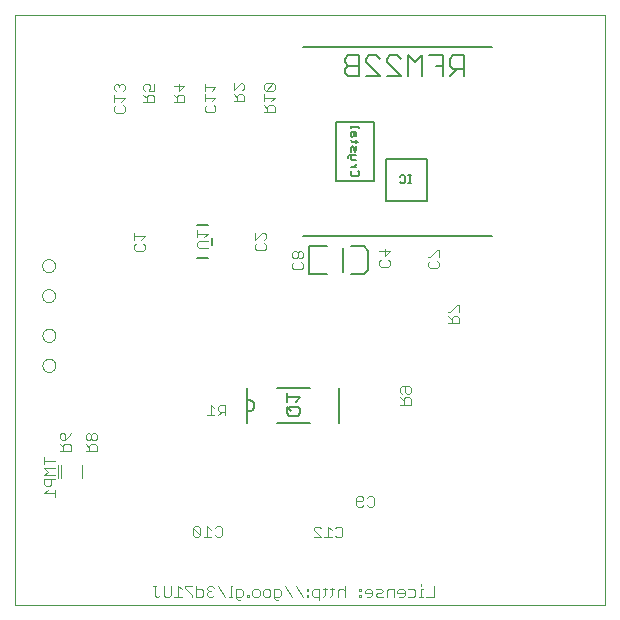
<source format=gbo>
G75*
%MOIN*%
%OFA0B0*%
%FSLAX24Y24*%
%IPPOS*%
%LPD*%
%AMOC8*
5,1,8,0,0,1.08239X$1,22.5*
%
%ADD10C,0.0000*%
%ADD11C,0.0040*%
%ADD12C,0.0080*%
%ADD13C,0.0050*%
%ADD14C,0.0060*%
%ADD15C,0.0030*%
D10*
X000350Y000350D02*
X000350Y020035D01*
X020035Y020035D01*
X020035Y000350D01*
X000350Y000350D01*
X001267Y008344D02*
X001269Y008373D01*
X001275Y008401D01*
X001284Y008429D01*
X001297Y008455D01*
X001314Y008478D01*
X001333Y008500D01*
X001355Y008519D01*
X001380Y008534D01*
X001406Y008547D01*
X001434Y008555D01*
X001462Y008560D01*
X001491Y008561D01*
X001520Y008558D01*
X001548Y008551D01*
X001575Y008541D01*
X001601Y008527D01*
X001624Y008510D01*
X001645Y008490D01*
X001663Y008467D01*
X001678Y008442D01*
X001689Y008415D01*
X001697Y008387D01*
X001701Y008358D01*
X001701Y008330D01*
X001697Y008301D01*
X001689Y008273D01*
X001678Y008246D01*
X001663Y008221D01*
X001645Y008198D01*
X001624Y008178D01*
X001601Y008161D01*
X001575Y008147D01*
X001548Y008137D01*
X001520Y008130D01*
X001491Y008127D01*
X001462Y008128D01*
X001434Y008133D01*
X001406Y008141D01*
X001380Y008154D01*
X001355Y008169D01*
X001333Y008188D01*
X001314Y008210D01*
X001297Y008233D01*
X001284Y008259D01*
X001275Y008287D01*
X001269Y008315D01*
X001267Y008344D01*
X001267Y009344D02*
X001269Y009373D01*
X001275Y009401D01*
X001284Y009429D01*
X001297Y009455D01*
X001314Y009478D01*
X001333Y009500D01*
X001355Y009519D01*
X001380Y009534D01*
X001406Y009547D01*
X001434Y009555D01*
X001462Y009560D01*
X001491Y009561D01*
X001520Y009558D01*
X001548Y009551D01*
X001575Y009541D01*
X001601Y009527D01*
X001624Y009510D01*
X001645Y009490D01*
X001663Y009467D01*
X001678Y009442D01*
X001689Y009415D01*
X001697Y009387D01*
X001701Y009358D01*
X001701Y009330D01*
X001697Y009301D01*
X001689Y009273D01*
X001678Y009246D01*
X001663Y009221D01*
X001645Y009198D01*
X001624Y009178D01*
X001601Y009161D01*
X001575Y009147D01*
X001548Y009137D01*
X001520Y009130D01*
X001491Y009127D01*
X001462Y009128D01*
X001434Y009133D01*
X001406Y009141D01*
X001380Y009154D01*
X001355Y009169D01*
X001333Y009188D01*
X001314Y009210D01*
X001297Y009233D01*
X001284Y009259D01*
X001275Y009287D01*
X001269Y009315D01*
X001267Y009344D01*
X001259Y010670D02*
X001261Y010699D01*
X001267Y010727D01*
X001276Y010755D01*
X001289Y010781D01*
X001306Y010804D01*
X001325Y010826D01*
X001347Y010845D01*
X001372Y010860D01*
X001398Y010873D01*
X001426Y010881D01*
X001454Y010886D01*
X001483Y010887D01*
X001512Y010884D01*
X001540Y010877D01*
X001567Y010867D01*
X001593Y010853D01*
X001616Y010836D01*
X001637Y010816D01*
X001655Y010793D01*
X001670Y010768D01*
X001681Y010741D01*
X001689Y010713D01*
X001693Y010684D01*
X001693Y010656D01*
X001689Y010627D01*
X001681Y010599D01*
X001670Y010572D01*
X001655Y010547D01*
X001637Y010524D01*
X001616Y010504D01*
X001593Y010487D01*
X001567Y010473D01*
X001540Y010463D01*
X001512Y010456D01*
X001483Y010453D01*
X001454Y010454D01*
X001426Y010459D01*
X001398Y010467D01*
X001372Y010480D01*
X001347Y010495D01*
X001325Y010514D01*
X001306Y010536D01*
X001289Y010559D01*
X001276Y010585D01*
X001267Y010613D01*
X001261Y010641D01*
X001259Y010670D01*
X001259Y011670D02*
X001261Y011699D01*
X001267Y011727D01*
X001276Y011755D01*
X001289Y011781D01*
X001306Y011804D01*
X001325Y011826D01*
X001347Y011845D01*
X001372Y011860D01*
X001398Y011873D01*
X001426Y011881D01*
X001454Y011886D01*
X001483Y011887D01*
X001512Y011884D01*
X001540Y011877D01*
X001567Y011867D01*
X001593Y011853D01*
X001616Y011836D01*
X001637Y011816D01*
X001655Y011793D01*
X001670Y011768D01*
X001681Y011741D01*
X001689Y011713D01*
X001693Y011684D01*
X001693Y011656D01*
X001689Y011627D01*
X001681Y011599D01*
X001670Y011572D01*
X001655Y011547D01*
X001637Y011524D01*
X001616Y011504D01*
X001593Y011487D01*
X001567Y011473D01*
X001540Y011463D01*
X001512Y011456D01*
X001483Y011453D01*
X001454Y011454D01*
X001426Y011459D01*
X001398Y011467D01*
X001372Y011480D01*
X001347Y011495D01*
X001325Y011514D01*
X001306Y011536D01*
X001289Y011559D01*
X001276Y011585D01*
X001267Y011613D01*
X001261Y011641D01*
X001259Y011670D01*
D11*
X004323Y012230D02*
X004323Y012348D01*
X004382Y012407D01*
X004323Y012533D02*
X004323Y012769D01*
X004323Y012651D02*
X004677Y012651D01*
X004559Y012533D01*
X004618Y012407D02*
X004677Y012348D01*
X004677Y012230D01*
X004618Y012171D01*
X004382Y012171D01*
X004323Y012230D01*
X006434Y012312D02*
X006434Y012430D01*
X006493Y012489D01*
X006788Y012489D01*
X006670Y012616D02*
X006788Y012734D01*
X006434Y012734D01*
X006434Y012616D02*
X006434Y012852D01*
X006434Y012312D02*
X006493Y012253D01*
X006788Y012253D01*
X008371Y012234D02*
X008371Y012352D01*
X008430Y012411D01*
X008371Y012537D02*
X008607Y012773D01*
X008666Y012773D01*
X008725Y012714D01*
X008725Y012596D01*
X008666Y012537D01*
X008666Y012411D02*
X008725Y012352D01*
X008725Y012234D01*
X008666Y012175D01*
X008430Y012175D01*
X008371Y012234D01*
X008371Y012537D02*
X008371Y012773D01*
X009604Y012086D02*
X009604Y011968D01*
X009663Y011909D01*
X009722Y011909D01*
X009781Y011968D01*
X009781Y012086D01*
X009722Y012145D01*
X009663Y012145D01*
X009604Y012086D01*
X009781Y012086D02*
X009840Y012145D01*
X009899Y012145D01*
X009958Y012086D01*
X009958Y011968D01*
X009899Y011909D01*
X009840Y011909D01*
X009781Y011968D01*
X009663Y011783D02*
X009604Y011724D01*
X009604Y011606D01*
X009663Y011547D01*
X009899Y011547D01*
X009958Y011606D01*
X009958Y011724D01*
X009899Y011783D01*
X012500Y011808D02*
X012559Y011867D01*
X012500Y011808D02*
X012500Y011690D01*
X012559Y011631D01*
X012795Y011631D01*
X012854Y011690D01*
X012854Y011808D01*
X012795Y011867D01*
X012677Y011993D02*
X012677Y012229D01*
X012500Y012170D02*
X012854Y012170D01*
X012677Y011993D01*
X014137Y011958D02*
X014196Y011958D01*
X014432Y012194D01*
X014491Y012194D01*
X014491Y011958D01*
X014432Y011832D02*
X014491Y011773D01*
X014491Y011655D01*
X014432Y011596D01*
X014196Y011596D01*
X014137Y011655D01*
X014137Y011773D01*
X014196Y011832D01*
X015099Y010354D02*
X014863Y010118D01*
X014804Y010118D01*
X014804Y009991D02*
X014922Y009873D01*
X014922Y009932D02*
X014922Y009755D01*
X014804Y009755D02*
X015158Y009755D01*
X015158Y009932D01*
X015099Y009991D01*
X014981Y009991D01*
X014922Y009932D01*
X015158Y010118D02*
X015158Y010354D01*
X015099Y010354D01*
X007369Y007033D02*
X007369Y006679D01*
X007369Y006797D02*
X007192Y006797D01*
X007133Y006856D01*
X007133Y006974D01*
X007192Y007033D01*
X007369Y007033D01*
X007251Y006797D02*
X007133Y006679D01*
X007007Y006679D02*
X006771Y006679D01*
X006889Y006679D02*
X006889Y007033D01*
X007007Y006915D01*
X003076Y006025D02*
X003076Y005907D01*
X003017Y005848D01*
X002958Y005848D01*
X002899Y005907D01*
X002899Y006025D01*
X002840Y006084D01*
X002781Y006084D01*
X002722Y006025D01*
X002722Y005907D01*
X002781Y005848D01*
X002840Y005848D01*
X002899Y005907D01*
X002899Y006025D02*
X002958Y006084D01*
X003017Y006084D01*
X003076Y006025D01*
X003017Y005721D02*
X002899Y005721D01*
X002840Y005662D01*
X002840Y005485D01*
X002722Y005485D02*
X003076Y005485D01*
X003076Y005662D01*
X003017Y005721D01*
X002840Y005603D02*
X002722Y005721D01*
X001690Y005164D02*
X001336Y005164D01*
X001336Y005282D02*
X001336Y005046D01*
X001336Y004920D02*
X001454Y004802D01*
X001336Y004684D01*
X001690Y004684D01*
X001690Y004557D02*
X001336Y004557D01*
X001336Y004380D01*
X001395Y004321D01*
X001513Y004321D01*
X001572Y004380D01*
X001572Y004557D01*
X001804Y004592D02*
X001804Y005026D01*
X001904Y005026D02*
X001904Y004592D01*
X001690Y004920D02*
X001336Y004920D01*
X001454Y004195D02*
X001336Y004077D01*
X001690Y004077D01*
X001690Y004195D02*
X001690Y003959D01*
X002604Y004592D02*
X002604Y005026D01*
X006294Y002931D02*
X006294Y002695D01*
X006353Y002636D01*
X006471Y002636D01*
X006530Y002695D01*
X006294Y002931D01*
X006353Y002990D01*
X006471Y002990D01*
X006530Y002931D01*
X006530Y002695D01*
X006656Y002636D02*
X006892Y002636D01*
X006774Y002636D02*
X006774Y002990D01*
X006892Y002872D01*
X007019Y002931D02*
X007078Y002990D01*
X007196Y002990D01*
X007255Y002931D01*
X007255Y002695D01*
X007196Y002636D01*
X007078Y002636D01*
X007019Y002695D01*
X006939Y000993D02*
X006821Y000993D01*
X006762Y000934D01*
X006762Y000875D01*
X006821Y000816D01*
X006762Y000757D01*
X006762Y000698D01*
X006821Y000639D01*
X006939Y000639D01*
X006998Y000698D01*
X006880Y000816D02*
X006821Y000816D01*
X006635Y000816D02*
X006635Y000698D01*
X006576Y000639D01*
X006399Y000639D01*
X006399Y000993D01*
X006399Y000875D02*
X006576Y000875D01*
X006635Y000816D01*
X006939Y000993D02*
X006998Y000934D01*
X007124Y000993D02*
X007360Y000639D01*
X007484Y000639D02*
X007602Y000639D01*
X007543Y000639D02*
X007543Y000993D01*
X007602Y000993D01*
X007728Y000875D02*
X007905Y000875D01*
X007964Y000816D01*
X007964Y000698D01*
X007905Y000639D01*
X007728Y000639D01*
X007728Y000580D02*
X007728Y000875D01*
X008087Y000698D02*
X008087Y000639D01*
X008146Y000639D01*
X008146Y000698D01*
X008087Y000698D01*
X008272Y000698D02*
X008272Y000816D01*
X008331Y000875D01*
X008449Y000875D01*
X008508Y000816D01*
X008508Y000698D01*
X008449Y000639D01*
X008331Y000639D01*
X008272Y000698D01*
X007846Y000521D02*
X007787Y000521D01*
X007728Y000580D01*
X008635Y000698D02*
X008635Y000816D01*
X008694Y000875D01*
X008812Y000875D01*
X008871Y000816D01*
X008871Y000698D01*
X008812Y000639D01*
X008694Y000639D01*
X008635Y000698D01*
X008997Y000639D02*
X009174Y000639D01*
X009233Y000698D01*
X009233Y000816D01*
X009174Y000875D01*
X008997Y000875D01*
X008997Y000580D01*
X009056Y000521D01*
X009115Y000521D01*
X009596Y000639D02*
X009360Y000993D01*
X009722Y000993D02*
X009958Y000639D01*
X010080Y000639D02*
X010139Y000639D01*
X010139Y000698D01*
X010080Y000698D01*
X010080Y000639D01*
X010080Y000816D02*
X010139Y000816D01*
X010139Y000875D01*
X010080Y000875D01*
X010080Y000816D01*
X010266Y000816D02*
X010266Y000698D01*
X010325Y000639D01*
X010502Y000639D01*
X010502Y000521D02*
X010502Y000875D01*
X010325Y000875D01*
X010266Y000816D01*
X010626Y000875D02*
X010744Y000875D01*
X010685Y000934D02*
X010685Y000698D01*
X010626Y000639D01*
X010867Y000639D02*
X010926Y000698D01*
X010926Y000934D01*
X010985Y000875D02*
X010867Y000875D01*
X011112Y000816D02*
X011112Y000639D01*
X011112Y000816D02*
X011171Y000875D01*
X011289Y000875D01*
X011348Y000816D01*
X011348Y000993D02*
X011348Y000639D01*
X011832Y000639D02*
X011891Y000639D01*
X011891Y000698D01*
X011832Y000698D01*
X011832Y000639D01*
X011832Y000816D02*
X011891Y000816D01*
X011891Y000875D01*
X011832Y000875D01*
X011832Y000816D01*
X012018Y000816D02*
X012018Y000757D01*
X012254Y000757D01*
X012254Y000698D02*
X012254Y000816D01*
X012195Y000875D01*
X012077Y000875D01*
X012018Y000816D01*
X012077Y000639D02*
X012195Y000639D01*
X012254Y000698D01*
X012381Y000698D02*
X012440Y000757D01*
X012558Y000757D01*
X012617Y000816D01*
X012558Y000875D01*
X012381Y000875D01*
X012381Y000698D02*
X012440Y000639D01*
X012617Y000639D01*
X012743Y000639D02*
X012743Y000816D01*
X012802Y000875D01*
X012979Y000875D01*
X012979Y000639D01*
X013106Y000757D02*
X013106Y000816D01*
X013165Y000875D01*
X013283Y000875D01*
X013342Y000816D01*
X013342Y000698D01*
X013283Y000639D01*
X013165Y000639D01*
X013106Y000757D02*
X013342Y000757D01*
X013468Y000639D02*
X013645Y000639D01*
X013704Y000698D01*
X013704Y000816D01*
X013645Y000875D01*
X013468Y000875D01*
X013887Y000875D02*
X013887Y000639D01*
X013946Y000639D02*
X013828Y000639D01*
X013887Y000875D02*
X013946Y000875D01*
X013887Y000993D02*
X013887Y001052D01*
X014308Y000993D02*
X014308Y000639D01*
X014072Y000639D01*
X011272Y002673D02*
X011213Y002614D01*
X011095Y002614D01*
X011036Y002673D01*
X010910Y002614D02*
X010674Y002614D01*
X010792Y002614D02*
X010792Y002968D01*
X010910Y002850D01*
X011036Y002909D02*
X011095Y002968D01*
X011213Y002968D01*
X011272Y002909D01*
X011272Y002673D01*
X010547Y002614D02*
X010311Y002850D01*
X010311Y002909D01*
X010370Y002968D01*
X010488Y002968D01*
X010547Y002909D01*
X010547Y002614D02*
X010311Y002614D01*
X011731Y003692D02*
X011790Y003633D01*
X011908Y003633D01*
X011967Y003692D01*
X012094Y003692D02*
X012153Y003633D01*
X012271Y003633D01*
X012330Y003692D01*
X012330Y003928D01*
X012271Y003987D01*
X012153Y003987D01*
X012094Y003928D01*
X011967Y003928D02*
X011967Y003869D01*
X011908Y003810D01*
X011731Y003810D01*
X011731Y003692D02*
X011731Y003928D01*
X011790Y003987D01*
X011908Y003987D01*
X011967Y003928D01*
X006273Y000993D02*
X006037Y000993D01*
X006037Y000934D01*
X006273Y000698D01*
X006273Y000639D01*
X005910Y000639D02*
X005674Y000639D01*
X005792Y000639D02*
X005792Y000993D01*
X005910Y000875D01*
X005547Y000993D02*
X005547Y000698D01*
X005488Y000639D01*
X005370Y000639D01*
X005311Y000698D01*
X005311Y000993D01*
X005067Y000993D02*
X004949Y000993D01*
X005008Y000993D02*
X005008Y000698D01*
X005067Y000639D01*
X005126Y000639D01*
X005185Y000698D01*
X003956Y016772D02*
X003720Y016772D01*
X003661Y016831D01*
X003661Y016949D01*
X003720Y017008D01*
X003661Y017135D02*
X003661Y017371D01*
X003661Y017253D02*
X004015Y017253D01*
X003897Y017135D01*
X003956Y017008D02*
X004015Y016949D01*
X004015Y016831D01*
X003956Y016772D01*
X004638Y017135D02*
X004992Y017135D01*
X004992Y017312D01*
X004933Y017371D01*
X004815Y017371D01*
X004756Y017312D01*
X004756Y017135D01*
X004756Y017253D02*
X004638Y017371D01*
X004697Y017497D02*
X004638Y017556D01*
X004638Y017674D01*
X004697Y017733D01*
X004815Y017733D01*
X004874Y017674D01*
X004874Y017615D01*
X004815Y017497D01*
X004992Y017497D01*
X004992Y017733D01*
X005647Y017672D02*
X006001Y017672D01*
X005824Y017495D01*
X005824Y017731D01*
X005824Y017369D02*
X005765Y017310D01*
X005765Y017133D01*
X005765Y017251D02*
X005647Y017369D01*
X005824Y017369D02*
X005942Y017369D01*
X006001Y017310D01*
X006001Y017133D01*
X005647Y017133D01*
X006682Y017141D02*
X006682Y017377D01*
X006682Y017259D02*
X007036Y017259D01*
X006918Y017141D01*
X006977Y017014D02*
X007036Y016955D01*
X007036Y016837D01*
X006977Y016778D01*
X006741Y016778D01*
X006682Y016837D01*
X006682Y016955D01*
X006741Y017014D01*
X006682Y017503D02*
X006682Y017739D01*
X006682Y017621D02*
X007036Y017621D01*
X006918Y017503D01*
X007643Y017515D02*
X007643Y017751D01*
X007879Y017751D02*
X007938Y017751D01*
X007997Y017692D01*
X007997Y017574D01*
X007938Y017515D01*
X007938Y017388D02*
X007820Y017388D01*
X007761Y017329D01*
X007761Y017152D01*
X007761Y017270D02*
X007643Y017388D01*
X007643Y017515D02*
X007879Y017751D01*
X007938Y017388D02*
X007997Y017329D01*
X007997Y017152D01*
X007643Y017152D01*
X004015Y017556D02*
X003956Y017497D01*
X004015Y017556D02*
X004015Y017674D01*
X003956Y017733D01*
X003897Y017733D01*
X003838Y017674D01*
X003779Y017733D01*
X003720Y017733D01*
X003661Y017674D01*
X003661Y017556D01*
X003720Y017497D01*
X003838Y017615D02*
X003838Y017674D01*
D12*
X009959Y018956D02*
X016259Y018956D01*
X012322Y016456D02*
X011062Y016456D01*
X011062Y014488D01*
X012322Y014488D01*
X012322Y016456D01*
X012715Y015216D02*
X012715Y013838D01*
X014093Y013838D01*
X014093Y015216D01*
X012715Y015216D01*
X009959Y012657D02*
X016259Y012657D01*
X012138Y012166D02*
X012138Y011536D01*
X011980Y011378D01*
X011547Y011378D01*
X010760Y011378D02*
X010169Y011378D01*
X010169Y012323D01*
X010760Y012323D01*
X011547Y012323D02*
X011980Y012323D01*
X012138Y012166D01*
X006926Y012365D02*
X006926Y012576D01*
X006776Y013030D02*
X006438Y013030D01*
X006438Y011910D02*
X006776Y011910D01*
X008096Y007595D02*
X008096Y006414D01*
X008135Y006808D02*
X008162Y006810D01*
X008188Y006815D01*
X008213Y006824D01*
X008237Y006837D01*
X008259Y006852D01*
X008279Y006871D01*
X008296Y006891D01*
X008310Y006914D01*
X008321Y006939D01*
X008328Y006965D01*
X008332Y006992D01*
X008332Y007018D01*
X008328Y007045D01*
X008321Y007071D01*
X008310Y007096D01*
X008296Y007119D01*
X008279Y007139D01*
X008259Y007158D01*
X008237Y007173D01*
X008213Y007186D01*
X008188Y007195D01*
X008162Y007200D01*
X008135Y007202D01*
X009080Y007595D02*
X010183Y007595D01*
X011167Y007595D02*
X011167Y006414D01*
X010183Y006414D02*
X009080Y006414D01*
D13*
X009423Y006744D02*
X009498Y006669D01*
X009798Y006669D01*
X009873Y006744D01*
X009873Y006894D01*
X009798Y006969D01*
X009498Y006969D01*
X009423Y006894D01*
X009423Y006744D01*
X009573Y006819D02*
X009423Y006969D01*
X009423Y007129D02*
X009423Y007429D01*
X009423Y007279D02*
X009873Y007279D01*
X009723Y007129D01*
X011303Y011451D02*
X011303Y012251D01*
X013230Y014414D02*
X013186Y014459D01*
X013230Y014414D02*
X013319Y014414D01*
X013363Y014459D01*
X013363Y014635D01*
X013319Y014680D01*
X013230Y014680D01*
X013186Y014635D01*
X013468Y014680D02*
X013556Y014680D01*
X013512Y014680D02*
X013512Y014414D01*
X013556Y014414D02*
X013468Y014414D01*
X011824Y014695D02*
X011780Y014651D01*
X011603Y014651D01*
X011559Y014695D01*
X011559Y014783D01*
X011603Y014827D01*
X011559Y014941D02*
X011736Y014941D01*
X011736Y015029D02*
X011736Y015073D01*
X011736Y015029D02*
X011648Y014941D01*
X011780Y014827D02*
X011824Y014783D01*
X011824Y014695D01*
X011736Y015182D02*
X011603Y015182D01*
X011559Y015227D01*
X011559Y015359D01*
X011515Y015359D02*
X011471Y015315D01*
X011471Y015271D01*
X011515Y015359D02*
X011736Y015359D01*
X011692Y015472D02*
X011736Y015517D01*
X011736Y015649D01*
X011648Y015605D02*
X011648Y015517D01*
X011692Y015472D01*
X011559Y015472D02*
X011559Y015605D01*
X011603Y015649D01*
X011648Y015605D01*
X011736Y015762D02*
X011736Y015851D01*
X011780Y015807D02*
X011603Y015807D01*
X011559Y015851D01*
X011603Y015956D02*
X011648Y016000D01*
X011648Y016133D01*
X011692Y016133D02*
X011559Y016133D01*
X011559Y016000D01*
X011603Y015956D01*
X011736Y016000D02*
X011736Y016088D01*
X011692Y016133D01*
X011824Y016246D02*
X011824Y016290D01*
X011559Y016290D01*
X011559Y016246D02*
X011559Y016334D01*
D14*
X011467Y017975D02*
X011817Y017975D01*
X011817Y018675D01*
X011467Y018675D01*
X011350Y018558D01*
X011350Y018442D01*
X011467Y018325D01*
X011817Y018325D01*
X012050Y018442D02*
X012050Y018558D01*
X012167Y018675D01*
X012400Y018675D01*
X012517Y018558D01*
X012750Y018558D02*
X012866Y018675D01*
X013100Y018675D01*
X013217Y018558D01*
X013450Y018675D02*
X013450Y017975D01*
X013217Y017975D02*
X012750Y018442D01*
X012750Y018558D01*
X012750Y017975D02*
X013217Y017975D01*
X013683Y018442D02*
X013450Y018675D01*
X013683Y018442D02*
X013917Y018675D01*
X013917Y017975D01*
X014383Y018325D02*
X014616Y018325D01*
X014849Y018325D02*
X014849Y018558D01*
X014966Y018675D01*
X015316Y018675D01*
X015316Y017975D01*
X015316Y018208D02*
X014966Y018208D01*
X014849Y018325D01*
X015083Y018208D02*
X014849Y017975D01*
X014616Y017975D02*
X014616Y018675D01*
X014149Y018675D01*
X012517Y017975D02*
X012050Y018442D01*
X012050Y017975D02*
X012517Y017975D01*
X011467Y017975D02*
X011350Y018091D01*
X011350Y018208D01*
X011467Y018325D01*
D15*
X009011Y017686D02*
X008950Y017747D01*
X008708Y017504D01*
X008647Y017565D01*
X008647Y017686D01*
X008708Y017747D01*
X008950Y017747D01*
X009011Y017686D02*
X009011Y017565D01*
X008950Y017504D01*
X008708Y017504D01*
X008647Y017384D02*
X008647Y017142D01*
X008647Y017022D02*
X008768Y016900D01*
X008768Y016961D02*
X008768Y016779D01*
X008647Y016779D02*
X009011Y016779D01*
X009011Y016961D01*
X008950Y017022D01*
X008829Y017022D01*
X008768Y016961D01*
X008890Y017142D02*
X009011Y017263D01*
X008647Y017263D01*
X013248Y007645D02*
X013491Y007645D01*
X013552Y007584D01*
X013552Y007463D01*
X013491Y007402D01*
X013430Y007402D01*
X013370Y007463D01*
X013370Y007645D01*
X013248Y007645D02*
X013188Y007584D01*
X013188Y007463D01*
X013248Y007402D01*
X013188Y007282D02*
X013309Y007161D01*
X013309Y007222D02*
X013309Y007040D01*
X013188Y007040D02*
X013552Y007040D01*
X013552Y007222D01*
X013491Y007282D01*
X013370Y007282D01*
X013309Y007222D01*
X002214Y006102D02*
X002154Y005981D01*
X002032Y005860D01*
X002032Y006042D01*
X001972Y006102D01*
X001911Y006102D01*
X001850Y006042D01*
X001850Y005920D01*
X001911Y005860D01*
X002032Y005860D01*
X002032Y005740D02*
X001972Y005679D01*
X001972Y005497D01*
X001972Y005619D02*
X001850Y005740D01*
X002032Y005740D02*
X002154Y005740D01*
X002214Y005679D01*
X002214Y005497D01*
X001850Y005497D01*
M02*

</source>
